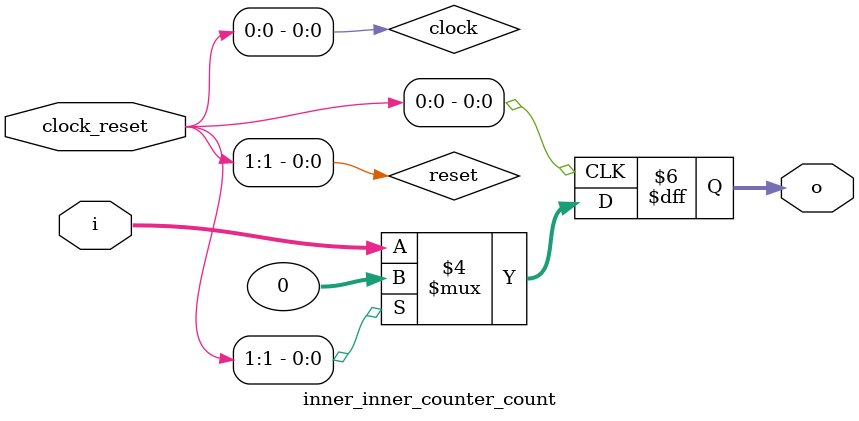
<source format=v>
module top(input wire [0:0] sysclk_p, input wire [0:0] sysclk_n, output wire [7:0] led);
   wire [1:0] inner_input;
   wire [7:0] inner_output;
   IBUFDS #(.DIFF_TERM("FALSE"), .IBUF_LOW_PWR("TRUE"), .IOSTANDARD("LVDS_25")) ibufds_sysclk(.O(inner_input[0:0]), .I(sysclk_p), .IB(sysclk_n));
   assign inner_input[1:1] = 1'b0;
   wire [7:0] _drive_led;
   assign _drive_led = inner_output[7:0];
   assign led[0] = (_drive_led[0] == 1'b1) ? (1'b0) : (1'bz);
   assign led[1] = (_drive_led[1] == 1'b1) ? (1'b0) : (1'bz);
   assign led[2] = (_drive_led[2] == 1'b1) ? (1'b0) : (1'bz);
   assign led[3] = (_drive_led[3] == 1'b1) ? (1'b0) : (1'bz);
   assign led[4] = (_drive_led[4] == 1'b1) ? (1'b0) : (1'bz);
   assign led[5] = (_drive_led[5] == 1'b1) ? (1'b0) : (1'bz);
   assign led[6] = (_drive_led[6] == 1'b1) ? (1'b0) : (1'bz);
   assign led[7] = (_drive_led[7] == 1'b1) ? (1'b0) : (1'bz);
   inner inner_inst(.i(inner_input), .o(inner_output));
endmodule
module inner(input wire [1:0] i, output wire [7:0] o);
   inner_inner c(.clock_reset(i[1:0]), .o(o));
endmodule
module inner_inner(input wire [1:0] clock_reset, output wire [7:0] o);
   wire [8:0] od;
   wire [0:0] d;
   wire [31:0] q;
   assign o = od[7:0];
   inner_inner_counter c0(.clock_reset(clock_reset), .i(d[0:0]), .o(q[31:0]));
   assign d = od[8:8];
   assign od = kernel_blinker(clock_reset, q);
   function [8:0] kernel_blinker(input reg [1:0] arg_0, input reg [31:0] arg_2);
         reg [31:0] r0;
         reg [31:0] r1;
         reg [31:0] r2;
         reg [0:0] r3;
         reg [7:0] r4;
         reg [8:0] r5;
         reg [1:0] r6;
         reg [59:0] r7;
         localparam l0 = 32'b00000000000000000000000000000001;
         localparam l1 = 8'b10101010;
         localparam l2 = 8'b01010101;
         localparam l3 = 1'b1;
         begin
            r6 = arg_0;
            r0 = arg_2;
            r7 = {{28{1'b0}}, r0};
            r1 = r7[59:28];
            r2 = r1 & l0;
            r3 = |r2;
            r4 = r3 ? l1 : l2;
            r5 = {l3, r4};
            kernel_blinker = r5;
         end
   endfunction
endmodule
module inner_inner_counter(input wire [1:0] clock_reset, input wire [0:0] i, output wire [31:0] o);
   wire [63:0] od;
   wire [31:0] d;
   wire [31:0] q;
   assign o = od[31:0];
   inner_inner_counter_count c0(.clock_reset(clock_reset), .i(d[31:0]), .o(q[31:0]));
   assign d = od[63:32];
   assign od = kernel_counter(clock_reset, i, q);
   function [63:0] kernel_counter(input reg [1:0] arg_0, input reg [0:0] arg_1, input reg [31:0] arg_2);
         reg [31:0] r0;
         reg [31:0] r1;
         reg [31:0] r2;
         reg [0:0] r3;
         reg [0:0] r4;
         reg [1:0] r5;
         reg [0:0] r6;
         reg [31:0] r7;
         reg [31:0] r8;
         reg [63:0] r9;
         localparam l0 = 32'b00000000000000000000000000000001;
         localparam l1 = 32'b00000000000000000000000000000000;
         localparam l2 = 32'b00000000000000000000000000000000;
         begin
            r5 = arg_0;
            r3 = arg_1;
            r0 = arg_2;
            r1 = r0 + l0;
            r2 = r3 ? r1 : r0;
            r4 = r5[1:1];
            r6 = |r4;
            r7 = r6 ? l1 : r2;
            r8 = l2;
            r8[31:0] = r7;
            r9 = {r8, r0};
            kernel_counter = r9;
         end
   endfunction
endmodule
module inner_inner_counter_count(input wire [1:0] clock_reset, input wire [31:0] i, output reg [31:0] o);
   wire  clock;
   wire  reset;
   assign clock = clock_reset[0];
   assign reset = clock_reset[1];
   initial begin
      o = 32'b00000000000000000000000000000000;
   end
   always @(posedge clock) begin
      if (reset) begin
         o <= 32'b00000000000000000000000000000000;
      end else begin
         o <= i;
      end
   end
endmodule

</source>
